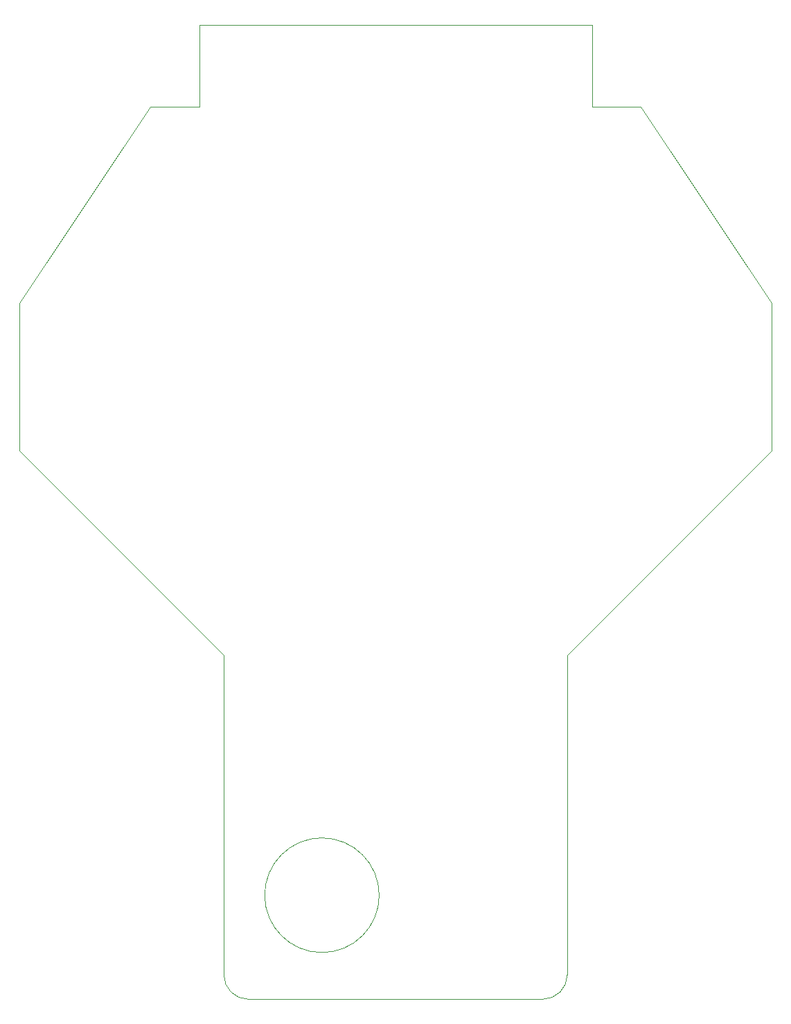
<source format=gbr>
G04 #@! TF.GenerationSoftware,KiCad,Pcbnew,(6.0.8)*
G04 #@! TF.CreationDate,2022-12-10T09:46:59+09:00*
G04 #@! TF.ProjectId,ORION_boost_v3,4f52494f-4e5f-4626-9f6f-73745f76332e,rev?*
G04 #@! TF.SameCoordinates,Original*
G04 #@! TF.FileFunction,Profile,NP*
%FSLAX46Y46*%
G04 Gerber Fmt 4.6, Leading zero omitted, Abs format (unit mm)*
G04 Created by KiCad (PCBNEW (6.0.8)) date 2022-12-10 09:46:59*
%MOMM*%
%LPD*%
G01*
G04 APERTURE LIST*
G04 #@! TA.AperFunction,Profile*
%ADD10C,0.100000*%
G04 #@! TD*
G04 APERTURE END LIST*
D10*
X149000000Y-50000000D02*
X155000000Y-50000000D01*
X104000000Y-117000000D02*
X79000000Y-92000000D01*
X155000000Y-50000000D02*
X171000000Y-74000000D01*
X104000000Y-156000000D02*
G75*
G03*
X107000000Y-159000000I3000000J0D01*
G01*
X101000000Y-40000000D02*
X101000000Y-50000000D01*
X149000000Y-40000000D02*
X101000000Y-40000000D01*
X95000000Y-50000000D02*
X101000000Y-50000000D01*
X79000000Y-92000000D02*
X79000000Y-74000000D01*
X171000000Y-92000000D02*
X146000000Y-117000000D01*
X171000000Y-92000000D02*
X171000000Y-74000000D01*
X123000000Y-146300000D02*
G75*
G03*
X123000000Y-146300000I-7000000J0D01*
G01*
X79000000Y-74000000D02*
X95000000Y-50000000D01*
X146000000Y-156000000D02*
X146000000Y-117000000D01*
X104000000Y-117000000D02*
X104000000Y-156000000D01*
X149000000Y-50000000D02*
X149000000Y-40000000D01*
X107000000Y-159000000D02*
X143000000Y-159000000D01*
X143000000Y-159000000D02*
G75*
G03*
X146000000Y-156000000I0J3000000D01*
G01*
M02*

</source>
